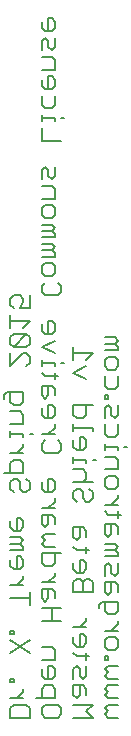
<source format=gbo>
G75*
%MOIN*%
%OFA0B0*%
%FSLAX24Y24*%
%IPPOS*%
%LPD*%
%AMOC8*
5,1,8,0,0,1.08239X$1,22.5*
%
%ADD10C,0.0060*%
D10*
X013580Y010056D02*
X013580Y010377D01*
X013687Y010483D01*
X014114Y010483D01*
X014221Y010377D01*
X014221Y010056D01*
X013580Y010056D01*
X013580Y010701D02*
X014007Y010701D01*
X014007Y010914D02*
X014007Y011021D01*
X014007Y010914D02*
X013794Y010701D01*
X013687Y011238D02*
X013580Y011238D01*
X013580Y011345D01*
X013687Y011345D01*
X013687Y011238D01*
X014416Y010701D02*
X015057Y010701D01*
X015057Y011021D01*
X014950Y011128D01*
X014737Y011128D01*
X014630Y011021D01*
X014630Y010701D01*
X014737Y010483D02*
X015164Y010483D01*
X015271Y010377D01*
X015271Y010163D01*
X015164Y010056D01*
X014737Y010056D01*
X014630Y010163D01*
X014630Y010377D01*
X014737Y010483D01*
X014737Y011345D02*
X014950Y011345D01*
X015057Y011452D01*
X015057Y011666D01*
X014950Y011772D01*
X014844Y011772D01*
X014844Y011345D01*
X014737Y011345D02*
X014630Y011452D01*
X014630Y011666D01*
X014630Y011990D02*
X015057Y011990D01*
X015057Y012310D01*
X014950Y012417D01*
X014630Y012417D01*
X014221Y012205D02*
X013580Y012632D01*
X013580Y012849D02*
X013580Y012956D01*
X013687Y012956D01*
X013687Y012849D01*
X013580Y012849D01*
X013580Y012205D02*
X014221Y012632D01*
X014630Y013279D02*
X015271Y013279D01*
X014950Y013279D02*
X014950Y013706D01*
X014737Y013924D02*
X014844Y014030D01*
X014844Y014351D01*
X014950Y014351D02*
X014630Y014351D01*
X014630Y014030D01*
X014737Y013924D01*
X014630Y013706D02*
X015271Y013706D01*
X015057Y014030D02*
X015057Y014244D01*
X014950Y014351D01*
X014844Y014568D02*
X015057Y014782D01*
X015057Y014888D01*
X014950Y015105D02*
X015057Y015212D01*
X015057Y015532D01*
X015271Y015532D02*
X014630Y015532D01*
X014630Y015212D01*
X014737Y015105D01*
X014950Y015105D01*
X015057Y014568D02*
X014630Y014568D01*
X014221Y014243D02*
X014221Y013816D01*
X014221Y014030D02*
X013580Y014030D01*
X013580Y014461D02*
X014007Y014461D01*
X014007Y014674D02*
X014007Y014781D01*
X014007Y014674D02*
X013794Y014461D01*
X013794Y014998D02*
X013794Y015425D01*
X013900Y015425D01*
X014007Y015318D01*
X014007Y015105D01*
X013900Y014998D01*
X013687Y014998D01*
X013580Y015105D01*
X013580Y015318D01*
X013580Y015642D02*
X014007Y015642D01*
X014007Y015749D01*
X013900Y015856D01*
X014007Y015963D01*
X013900Y016069D01*
X013580Y016069D01*
X013580Y015856D02*
X013900Y015856D01*
X013900Y016287D02*
X014007Y016394D01*
X014007Y016607D01*
X013900Y016714D01*
X013794Y016714D01*
X013794Y016287D01*
X013900Y016287D02*
X013687Y016287D01*
X013580Y016394D01*
X013580Y016607D01*
X013687Y017576D02*
X013580Y017683D01*
X013580Y017896D01*
X013687Y018003D01*
X013794Y018003D01*
X013900Y017896D01*
X013900Y017683D01*
X014007Y017576D01*
X014114Y017576D01*
X014221Y017683D01*
X014221Y017896D01*
X014114Y018003D01*
X014007Y018221D02*
X014007Y018541D01*
X013900Y018648D01*
X013687Y018648D01*
X013580Y018541D01*
X013580Y018221D01*
X013366Y018221D02*
X014007Y018221D01*
X014007Y018865D02*
X013580Y018865D01*
X013794Y018865D02*
X014007Y019079D01*
X014007Y019185D01*
X014007Y019402D02*
X014007Y019509D01*
X013580Y019509D01*
X013580Y019402D02*
X013580Y019616D01*
X013580Y019832D02*
X014007Y019832D01*
X014007Y020152D01*
X013900Y020259D01*
X013580Y020259D01*
X013687Y020476D02*
X013580Y020583D01*
X013580Y020904D01*
X013473Y020904D02*
X014007Y020904D01*
X014007Y020583D01*
X013900Y020476D01*
X013687Y020476D01*
X013366Y020690D02*
X013366Y020797D01*
X013473Y020904D01*
X013580Y021766D02*
X014007Y022193D01*
X014114Y022193D01*
X014221Y022086D01*
X014221Y021872D01*
X014114Y021766D01*
X014630Y021766D02*
X014630Y021979D01*
X014630Y021872D02*
X015057Y021872D01*
X015057Y021766D01*
X015057Y021549D02*
X015057Y021336D01*
X015164Y021443D02*
X014737Y021443D01*
X014630Y021549D01*
X015057Y022195D02*
X014630Y022409D01*
X015057Y022622D01*
X014950Y022840D02*
X015057Y022947D01*
X015057Y023160D01*
X014950Y023267D01*
X014844Y023267D01*
X014844Y022840D01*
X014950Y022840D02*
X014737Y022840D01*
X014630Y022947D01*
X014630Y023160D01*
X014221Y023268D02*
X013580Y023268D01*
X013580Y023055D02*
X013580Y023482D01*
X013687Y023699D02*
X013580Y023806D01*
X013580Y024019D01*
X013687Y024126D01*
X013900Y024126D01*
X014007Y024019D01*
X014007Y023913D01*
X013900Y023699D01*
X014221Y023699D01*
X014221Y024126D01*
X014630Y024236D02*
X014630Y024449D01*
X014737Y024556D01*
X014737Y024773D02*
X014630Y024880D01*
X014630Y025094D01*
X014737Y025201D01*
X014950Y025201D01*
X015057Y025094D01*
X015057Y024880D01*
X014950Y024773D01*
X014737Y024773D01*
X015164Y024556D02*
X015271Y024449D01*
X015271Y024236D01*
X015164Y024129D01*
X014737Y024129D01*
X014630Y024236D01*
X014221Y023268D02*
X014007Y023055D01*
X014114Y022837D02*
X013687Y022837D01*
X013580Y022730D01*
X013580Y022517D01*
X013687Y022410D01*
X014114Y022837D01*
X014221Y022730D01*
X014221Y022517D01*
X014114Y022410D01*
X013687Y022410D01*
X013580Y022193D02*
X013580Y021766D01*
X014630Y021118D02*
X014630Y020798D01*
X014737Y020691D01*
X014844Y020798D01*
X014844Y021118D01*
X014950Y021118D02*
X014630Y021118D01*
X014950Y021118D02*
X015057Y021012D01*
X015057Y020798D01*
X014950Y020474D02*
X014844Y020474D01*
X014844Y020047D01*
X014950Y020047D02*
X014737Y020047D01*
X014630Y020154D01*
X014630Y020367D01*
X014950Y020474D02*
X015057Y020367D01*
X015057Y020154D01*
X014950Y020047D01*
X015057Y019830D02*
X015057Y019723D01*
X014844Y019510D01*
X015057Y019510D02*
X014630Y019510D01*
X014737Y019292D02*
X014630Y019185D01*
X014630Y018972D01*
X014737Y018865D01*
X015164Y018865D01*
X015271Y018972D01*
X015271Y019185D01*
X015164Y019292D01*
X015680Y019293D02*
X015680Y019079D01*
X015787Y018973D01*
X016000Y018973D01*
X016107Y019079D01*
X016107Y019293D01*
X016000Y019400D01*
X015894Y019400D01*
X015894Y018973D01*
X015680Y018756D02*
X015680Y018543D01*
X015680Y018650D02*
X016107Y018650D01*
X016107Y018543D01*
X016321Y018650D02*
X016427Y018650D01*
X016730Y018755D02*
X017050Y018755D01*
X017157Y018648D01*
X017157Y018328D01*
X016730Y018328D01*
X016837Y018110D02*
X017050Y018110D01*
X017157Y018004D01*
X017157Y017790D01*
X017050Y017683D01*
X016837Y017683D01*
X016730Y017790D01*
X016730Y018004D01*
X016837Y018110D01*
X016321Y017898D02*
X015680Y017898D01*
X015787Y017681D02*
X015680Y017574D01*
X015680Y017360D01*
X015787Y017254D01*
X016000Y017360D02*
X016000Y017574D01*
X015894Y017681D01*
X015787Y017681D01*
X016000Y017898D02*
X016107Y018005D01*
X016107Y018219D01*
X016000Y018325D01*
X015680Y018325D01*
X015057Y017896D02*
X014950Y018003D01*
X014844Y018003D01*
X014844Y017576D01*
X014950Y017576D02*
X014737Y017576D01*
X014630Y017683D01*
X014630Y017896D01*
X015057Y017896D02*
X015057Y017683D01*
X014950Y017576D01*
X015057Y017359D02*
X015057Y017252D01*
X014844Y017039D01*
X015057Y017039D02*
X014630Y017039D01*
X014630Y016821D02*
X014630Y016501D01*
X014737Y016394D01*
X014844Y016501D01*
X014844Y016821D01*
X014950Y016821D02*
X014630Y016821D01*
X014950Y016821D02*
X015057Y016715D01*
X015057Y016501D01*
X015057Y016177D02*
X014737Y016177D01*
X014630Y016070D01*
X014737Y015963D01*
X014630Y015857D01*
X014737Y015750D01*
X015057Y015750D01*
X015680Y015748D02*
X015787Y015642D01*
X016214Y015642D01*
X016107Y015748D02*
X016107Y015535D01*
X016000Y015317D02*
X015894Y015317D01*
X015894Y014890D01*
X016000Y014890D02*
X016107Y014997D01*
X016107Y015211D01*
X016000Y015317D01*
X015680Y015211D02*
X015680Y014997D01*
X015787Y014890D01*
X016000Y014890D01*
X015894Y014673D02*
X015787Y014673D01*
X015680Y014566D01*
X015680Y014246D01*
X016321Y014246D01*
X016321Y014566D01*
X016214Y014673D01*
X016107Y014673D01*
X016000Y014566D01*
X016000Y014246D01*
X016000Y014566D02*
X015894Y014673D01*
X016623Y013921D02*
X017157Y013921D01*
X017157Y013601D01*
X017050Y013494D01*
X016837Y013494D01*
X016730Y013601D01*
X016730Y013921D01*
X016623Y013921D02*
X016516Y013814D01*
X016516Y013707D01*
X016107Y013384D02*
X016107Y013278D01*
X015894Y013064D01*
X016107Y013064D02*
X015680Y013064D01*
X015894Y012847D02*
X015894Y012420D01*
X016000Y012420D02*
X016107Y012526D01*
X016107Y012740D01*
X016000Y012847D01*
X015894Y012847D01*
X015680Y012740D02*
X015680Y012526D01*
X015787Y012420D01*
X016000Y012420D01*
X016107Y012203D02*
X016107Y011990D01*
X016214Y012097D02*
X015787Y012097D01*
X015680Y012203D01*
X015787Y011772D02*
X015680Y011666D01*
X015680Y011345D01*
X015680Y011128D02*
X015680Y010808D01*
X015787Y010701D01*
X015894Y010808D01*
X015894Y011128D01*
X016000Y011128D02*
X015680Y011128D01*
X016000Y011128D02*
X016107Y011021D01*
X016107Y010808D01*
X016321Y010483D02*
X015680Y010483D01*
X015680Y010056D02*
X016321Y010056D01*
X016107Y010270D01*
X016321Y010483D01*
X016730Y010377D02*
X016837Y010483D01*
X017157Y010483D01*
X017157Y010701D02*
X016837Y010701D01*
X016730Y010808D01*
X016837Y010914D01*
X016730Y011021D01*
X016837Y011128D01*
X017157Y011128D01*
X017157Y011345D02*
X016837Y011345D01*
X016730Y011452D01*
X016837Y011559D01*
X016730Y011666D01*
X016837Y011772D01*
X017157Y011772D01*
X016837Y011990D02*
X016837Y012097D01*
X016730Y012097D01*
X016730Y011990D01*
X016837Y011990D01*
X016837Y012312D02*
X016730Y012419D01*
X016730Y012632D01*
X016837Y012739D01*
X017050Y012739D01*
X017157Y012632D01*
X017157Y012419D01*
X017050Y012312D01*
X016837Y012312D01*
X016944Y012957D02*
X017157Y013170D01*
X017157Y013277D01*
X017157Y012957D02*
X016730Y012957D01*
X016107Y011772D02*
X016107Y011452D01*
X016000Y011345D01*
X015894Y011452D01*
X015894Y011666D01*
X015787Y011772D01*
X016730Y010377D02*
X016837Y010270D01*
X016730Y010163D01*
X016837Y010056D01*
X017157Y010056D01*
X016837Y014138D02*
X016944Y014245D01*
X016944Y014565D01*
X017050Y014565D02*
X016730Y014565D01*
X016730Y014245D01*
X016837Y014138D01*
X017157Y014245D02*
X017157Y014459D01*
X017050Y014565D01*
X017050Y014783D02*
X017157Y014890D01*
X017157Y015210D01*
X017157Y015428D02*
X017157Y015534D01*
X017050Y015641D01*
X017157Y015748D01*
X017050Y015855D01*
X016730Y015855D01*
X016730Y015641D02*
X017050Y015641D01*
X017157Y015428D02*
X016730Y015428D01*
X016837Y015210D02*
X016944Y015103D01*
X016944Y014890D01*
X017050Y014783D01*
X016730Y014783D02*
X016730Y015103D01*
X016837Y015210D01*
X016837Y016072D02*
X016944Y016179D01*
X016944Y016499D01*
X017050Y016499D02*
X016730Y016499D01*
X016730Y016179D01*
X016837Y016072D01*
X017157Y016179D02*
X017157Y016392D01*
X017050Y016499D01*
X017157Y016717D02*
X017157Y016930D01*
X017264Y016823D02*
X016837Y016823D01*
X016730Y016930D01*
X016730Y017146D02*
X017157Y017146D01*
X016944Y017146D02*
X017157Y017360D01*
X017157Y017467D01*
X016321Y017360D02*
X016214Y017254D01*
X016107Y017254D01*
X016000Y017360D01*
X016321Y017360D02*
X016321Y017574D01*
X016214Y017681D01*
X016730Y018973D02*
X016730Y019186D01*
X016730Y019079D02*
X017157Y019079D01*
X017157Y018973D01*
X017371Y019079D02*
X017477Y019079D01*
X017050Y019402D02*
X017157Y019509D01*
X017157Y019829D01*
X017050Y020047D02*
X017157Y020154D01*
X017157Y020474D01*
X016944Y020367D02*
X016944Y020154D01*
X017050Y020047D01*
X016730Y020047D02*
X016730Y020367D01*
X016837Y020474D01*
X016944Y020367D01*
X016837Y020691D02*
X016837Y020798D01*
X016730Y020798D01*
X016730Y020691D01*
X016837Y020691D01*
X016837Y021014D02*
X016730Y021120D01*
X016730Y021441D01*
X016837Y021658D02*
X016730Y021765D01*
X016730Y021978D01*
X016837Y022085D01*
X017050Y022085D01*
X017157Y021978D01*
X017157Y021765D01*
X017050Y021658D01*
X016837Y021658D01*
X017157Y021441D02*
X017157Y021120D01*
X017050Y021014D01*
X016837Y021014D01*
X016321Y020474D02*
X015680Y020474D01*
X015680Y020154D01*
X015787Y020047D01*
X016000Y020047D01*
X016107Y020154D01*
X016107Y020474D01*
X015680Y019831D02*
X015680Y019617D01*
X015680Y019724D02*
X016321Y019724D01*
X016321Y019617D01*
X016730Y019509D02*
X016837Y019402D01*
X017050Y019402D01*
X016730Y019509D02*
X016730Y019829D01*
X016107Y021336D02*
X015680Y021549D01*
X016107Y021763D01*
X016107Y021980D02*
X016321Y022194D01*
X015680Y022194D01*
X015680Y022407D02*
X015680Y021980D01*
X015377Y021872D02*
X015271Y021872D01*
X016730Y022303D02*
X017157Y022303D01*
X017157Y022409D01*
X017050Y022516D01*
X017157Y022623D01*
X017050Y022730D01*
X016730Y022730D01*
X016730Y022516D02*
X017050Y022516D01*
X015057Y025418D02*
X014630Y025418D01*
X014630Y025632D02*
X014950Y025632D01*
X015057Y025738D01*
X014950Y025845D01*
X014630Y025845D01*
X014630Y026063D02*
X015057Y026063D01*
X015057Y026169D01*
X014950Y026276D01*
X015057Y026383D01*
X014950Y026490D01*
X014630Y026490D01*
X014630Y026276D02*
X014950Y026276D01*
X014950Y026707D02*
X014737Y026707D01*
X014630Y026814D01*
X014630Y027027D01*
X014737Y027134D01*
X014950Y027134D01*
X015057Y027027D01*
X015057Y026814D01*
X014950Y026707D01*
X015057Y027352D02*
X014630Y027352D01*
X014630Y027779D02*
X014950Y027779D01*
X015057Y027672D01*
X015057Y027352D01*
X014950Y027996D02*
X014844Y028103D01*
X014844Y028316D01*
X014737Y028423D01*
X014630Y028316D01*
X014630Y027996D01*
X014950Y027996D02*
X015057Y028103D01*
X015057Y028423D01*
X015271Y029285D02*
X014630Y029285D01*
X014630Y029712D01*
X014630Y029930D02*
X014630Y030143D01*
X014630Y030037D02*
X015057Y030037D01*
X015057Y029930D01*
X015271Y030037D02*
X015377Y030037D01*
X014950Y030360D02*
X014737Y030360D01*
X014630Y030466D01*
X014630Y030787D01*
X014737Y031004D02*
X014950Y031004D01*
X015057Y031111D01*
X015057Y031324D01*
X014950Y031431D01*
X014844Y031431D01*
X014844Y031004D01*
X014737Y031004D02*
X014630Y031111D01*
X014630Y031324D01*
X014630Y031649D02*
X015057Y031649D01*
X015057Y031969D01*
X014950Y032076D01*
X014630Y032076D01*
X014630Y032293D02*
X014630Y032613D01*
X014737Y032720D01*
X014844Y032613D01*
X014844Y032400D01*
X014950Y032293D01*
X015057Y032400D01*
X015057Y032720D01*
X014950Y032938D02*
X014737Y032938D01*
X014630Y033045D01*
X014630Y033258D01*
X014844Y033365D02*
X014844Y032938D01*
X014950Y032938D02*
X015057Y033045D01*
X015057Y033258D01*
X014950Y033365D01*
X014844Y033365D01*
X015057Y030787D02*
X015057Y030466D01*
X014950Y030360D01*
X014950Y025632D02*
X015057Y025525D01*
X015057Y025418D01*
X014327Y019509D02*
X014221Y019509D01*
X015680Y016392D02*
X015680Y016071D01*
X015787Y015965D01*
X015894Y016071D01*
X015894Y016392D01*
X016000Y016392D02*
X015680Y016392D01*
X016000Y016392D02*
X016107Y016285D01*
X016107Y016071D01*
M02*

</source>
